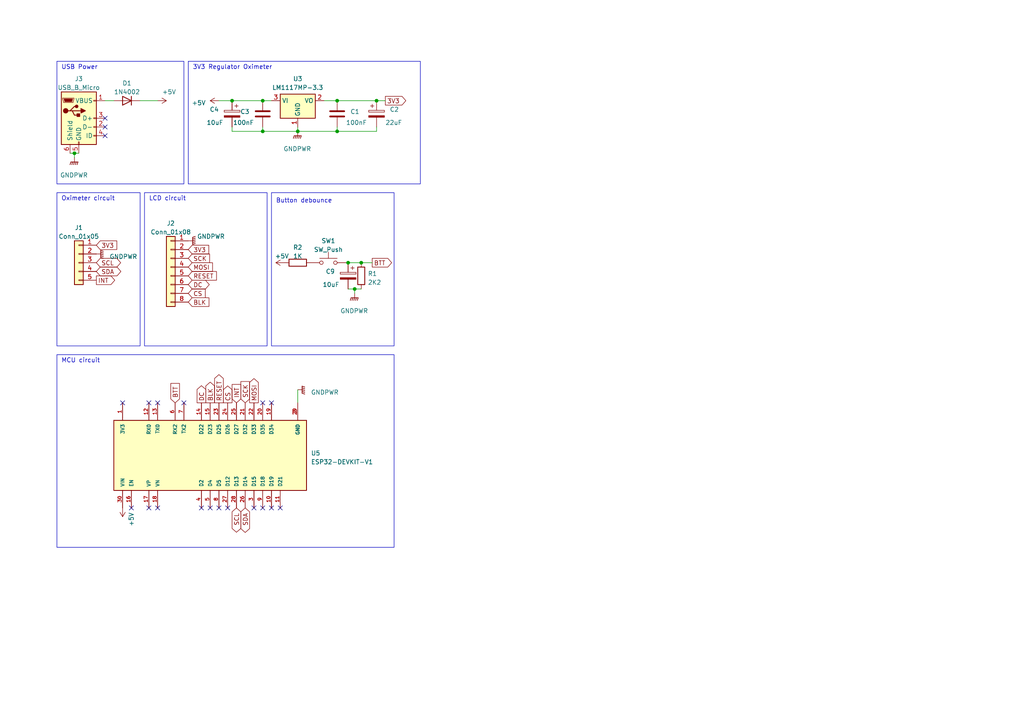
<source format=kicad_sch>
(kicad_sch (version 20230121) (generator eeschema)
  (paper "A4")
  (title_block (date "2023-09-05"))
  (lib_symbols
    (symbol "Connector:USB_B_Micro" (pin_names (offset 1.016))
      (property "Reference" "J" (at -5.08 11.43 0))
      (property "Value" "USB_B_Micro" (at -5.08 8.89 0))
      (symbol "USB_B_Micro_0_1"
        (rectangle (start -5.08 -7.62) (end 5.08 7.62) (stroke (width 0.254)) (fill (type background)))
        (circle (center -3.81 2.159) (radius 0.635) (stroke (width 0.254)) (fill (type outline)))
        (circle (center -0.635 3.429) (radius 0.381) (stroke (width 0.254)) (fill (type outline)))
        (rectangle (start -0.127 -7.62) (end 0.127 -6.858))
        (polyline (pts (xy -1.905 2.159) (xy 0.635 2.159)) (stroke (width 0.254)))
        (polyline (pts (xy -3.175 2.159) (xy -2.54 2.159) (xy -1.27 3.429) (xy -0.635 3.429)) (stroke (width 0.254)))
        (polyline (pts (xy -2.54 2.159) (xy -1.905 2.159) (xy -1.27 0.889) (xy 0 0.889)) (stroke (width 0.254)))
        (polyline (pts (xy 0.635 2.794) (xy 0.635 1.524) (xy 1.905 2.159) (xy 0.635 2.794)) (stroke (width 0.254)) (fill (type outline)))
        (polyline (pts (xy -4.318 5.588) (xy -1.778 5.588) (xy -2.032 4.826) (xy -4.064 4.826) (xy -4.318 5.588)) (fill (type outline)))
        (polyline (pts (xy -4.699 5.842) (xy -4.699 5.588) (xy -4.445 4.826) (xy -4.445 4.572) (xy -1.651 4.572) (xy -1.651 4.826) (xy -1.397 5.588) (xy -1.397 5.842) (xy -4.699 5.842)))
        (rectangle (start 0.254 1.27) (end -0.508 0.508) (stroke (width 0.254)) (fill (type outline)))
        (rectangle (start 5.08 -5.207) (end 4.318 -4.953))
        (rectangle (start 5.08 -2.667) (end 4.318 -2.413))
        (rectangle (start 5.08 -0.127) (end 4.318 0.127))
        (rectangle (start 5.08 4.953) (end 4.318 5.207))
      )
      (symbol "USB_B_Micro_1_1"
        (pin power_out line (at 7.62 5.08 180) (length 2.54) (name "VBUS") (number "1"))
        (pin bidirectional line (at 7.62 -2.54 180) (length 2.54) (name "D-") (number "2"))
        (pin bidirectional line (at 7.62 0 180) (length 2.54) (name "D+") (number "3"))
        (pin passive line (at 7.62 -5.08 180) (length 2.54) (name "ID") (number "4"))
        (pin power_out line (at 0 -10.16 90) (length 2.54) (name "GND") (number "5"))
        (pin passive line (at -2.54 -10.16 90) (length 2.54) (name "Shield") (number "6"))
      )
    )
    (symbol "Connector_Generic:Conn_01x05" (pin_names (offset 1.016) hide)
      (property "Reference" "J" (at 0 7.62 0))
      (property "Value" "Conn_01x05" (at 0 -7.62 0))
      (symbol "Conn_01x05_1_1"
        (rectangle (start -1.27 -4.953) (end 0 -5.207) (stroke (width 0.1524)))
        (rectangle (start -1.27 -2.413) (end 0 -2.667) (stroke (width 0.1524)))
        (rectangle (start -1.27 0.127) (end 0 -0.127) (stroke (width 0.1524)))
        (rectangle (start -1.27 2.667) (end 0 2.413) (stroke (width 0.1524)))
        (rectangle (start -1.27 5.207) (end 0 4.953) (stroke (width 0.1524)))
        (rectangle (start -1.27 6.35) (end 1.27 -6.35) (stroke (width 0.254)) (fill (type background)))
        (pin passive line (at -5.08 5.08 0) (length 3.81) (name "Pin_1") (number "1"))
        (pin passive line (at -5.08 2.54 0) (length 3.81) (name "Pin_2") (number "2"))
        (pin passive line (at -5.08 0 0) (length 3.81) (name "Pin_3") (number "3"))
        (pin passive line (at -5.08 -2.54 0) (length 3.81) (name "Pin_4") (number "4"))
        (pin passive line (at -5.08 -5.08 0) (length 3.81) (name "Pin_5") (number "5"))
      )
    )
    (symbol "Connector_Generic:Conn_01x08" (pin_names (offset 1.016) hide)
      (property "Reference" "J" (at 0 10.16 0))
      (property "Value" "Conn_01x08" (at 0 -12.7 0))
      (symbol "Conn_01x08_1_1"
        (rectangle (start -1.27 -10.033) (end 0 -10.287) (stroke (width 0.1524)))
        (rectangle (start -1.27 -7.493) (end 0 -7.747) (stroke (width 0.1524)))
        (rectangle (start -1.27 -4.953) (end 0 -5.207) (stroke (width 0.1524)))
        (rectangle (start -1.27 -2.413) (end 0 -2.667) (stroke (width 0.1524)))
        (rectangle (start -1.27 0.127) (end 0 -0.127) (stroke (width 0.1524)))
        (rectangle (start -1.27 2.667) (end 0 2.413) (stroke (width 0.1524)))
        (rectangle (start -1.27 5.207) (end 0 4.953) (stroke (width 0.1524)))
        (rectangle (start -1.27 7.747) (end 0 7.493) (stroke (width 0.1524)))
        (rectangle (start -1.27 8.89) (end 1.27 -11.43) (stroke (width 0.254)) (fill (type background)))
        (pin passive line (at -5.08 7.62 0) (length 3.81) (name "Pin_1") (number "1"))
        (pin passive line (at -5.08 5.08 0) (length 3.81) (name "Pin_2") (number "2"))
        (pin passive line (at -5.08 2.54 0) (length 3.81) (name "Pin_3") (number "3"))
        (pin passive line (at -5.08 0 0) (length 3.81) (name "Pin_4") (number "4"))
        (pin passive line (at -5.08 -2.54 0) (length 3.81) (name "Pin_5") (number "5"))
        (pin passive line (at -5.08 -5.08 0) (length 3.81) (name "Pin_6") (number "6"))
        (pin passive line (at -5.08 -7.62 0) (length 3.81) (name "Pin_7") (number "7"))
        (pin passive line (at -5.08 -10.16 0) (length 3.81) (name "Pin_8") (number "8"))
      )
    )
    (symbol "Device:C" (pin_numbers hide) (pin_names (offset 0.254))
      (property "Reference" "C" (at 0.635 2.54 0))
      (property "Value" "C" (at 0.635 -2.54 0))
      (symbol "C_0_1"
        (polyline (pts (xy -2.032 -0.762) (xy 2.032 -0.762)) (stroke (width 0.508)))
        (polyline (pts (xy -2.032 0.762) (xy 2.032 0.762)) (stroke (width 0.508)))
      )
      (symbol "C_1_1"
        (pin passive line (at 0 3.81 270) (length 2.794) (name "~") (number "1"))
        (pin passive line (at 0 -3.81 90) (length 2.794) (name "~") (number "2"))
      )
    )
    (symbol "Device:C_Polarized" (pin_numbers hide) (pin_names (offset 0.254))
      (property "Reference" "C" (at 0.635 2.54 0))
      (property "Value" "C_Polarized" (at 0.635 -2.54 0))
      (symbol "C_Polarized_0_1"
        (rectangle (start -2.286 0.508) (end 2.286 1.016))
        (polyline (pts (xy -1.778 2.286) (xy -0.762 2.286)))
        (polyline (pts (xy -1.27 2.794) (xy -1.27 1.778)))
        (rectangle (start 2.286 -0.508) (end -2.286 -1.016) (fill (type outline)))
      )
      (symbol "C_Polarized_1_1"
        (pin passive line (at 0 3.81 270) (length 2.794) (name "~") (number "1"))
        (pin passive line (at 0 -3.81 90) (length 2.794) (name "~") (number "2"))
      )
    )
    (symbol "Device:R" (pin_numbers hide) (pin_names (offset 0))
      (property "Reference" "R" (at 2.032 0 90))
      (property "Value" "R" (at 0 0 90))
      (symbol "R_0_1"
        (rectangle (start -1.016 -2.54) (end 1.016 2.54) (stroke (width 0.254)))
      )
      (symbol "R_1_1"
        (pin passive line (at 0 3.81 270) (length 1.27) (name "~") (number "1"))
        (pin passive line (at 0 -3.81 90) (length 1.27) (name "~") (number "2"))
      )
    )
    (symbol "Diode:1N4002" (pin_numbers hide) (pin_names hide)
      (property "Reference" "D" (at 0 2.54 0))
      (property "Value" "1N4002" (at 0 -2.54 0))
      (symbol "1N4002_0_1"
        (polyline (pts (xy -1.27 1.27) (xy -1.27 -1.27)) (stroke (width 0.254)))
        (polyline (pts (xy 1.27 0) (xy -1.27 0)))
        (polyline (pts (xy 1.27 1.27) (xy 1.27 -1.27) (xy -1.27 0) (xy 1.27 1.27)) (stroke (width 0.254)))
      )
      (symbol "1N4002_1_1"
        (pin passive line (at -3.81 0 0) (length 2.54) (name "K") (number "1"))
        (pin passive line (at 3.81 0 180) (length 2.54) (name "A") (number "2"))
      )
    )
    (symbol "ESP32-DEVKIT-V1:ESP32-DEVKIT-V1" (pin_names (offset 1.016))
      (property "Reference" "U" (at -10.16 30.48 0))
      (property "Value" "ESP32-DEVKIT-V1" (at -10.16 -30.48 0))
      (symbol "ESP32-DEVKIT-V1_0_0"
        (rectangle (start -10.16 -27.94) (end 10.16 27.94) (stroke (width 0.254)) (fill (type background)))
        (pin output line (at 15.24 25.4 180) (length 5.08) (name "3V3") (number "1"))
        (pin bidirectional line (at -15.24 -17.78 0) (length 5.08) (name "D19") (number "10"))
        (pin bidirectional line (at -15.24 -20.32 0) (length 5.08) (name "D21") (number "11"))
        (pin input line (at 15.24 17.78 180) (length 5.08) (name "RX0") (number "12"))
        (pin output line (at 15.24 15.24 180) (length 5.08) (name "TX0") (number "13"))
        (pin bidirectional line (at 15.24 2.54 180) (length 5.08) (name "D22") (number "14"))
        (pin bidirectional line (at 15.24 0 180) (length 5.08) (name "D23") (number "15"))
        (pin input line (at -15.24 22.86 0) (length 5.08) (name "EN") (number "16"))
        (pin bidirectional line (at -15.24 17.78 0) (length 5.08) (name "VP") (number "17"))
        (pin bidirectional line (at -15.24 15.24 0) (length 5.08) (name "VN") (number "18"))
        (pin bidirectional line (at 15.24 -17.78 180) (length 5.08) (name "D34") (number "19"))
        (pin power_in line (at 15.24 -25.4 180) (length 5.08) (name "GND") (number "2"))
        (pin bidirectional line (at 15.24 -15.24 180) (length 5.08) (name "D35") (number "20"))
        (pin bidirectional line (at 15.24 -10.16 180) (length 5.08) (name "D32") (number "21"))
        (pin bidirectional line (at 15.24 -12.7 180) (length 5.08) (name "D33") (number "22"))
        (pin bidirectional line (at 15.24 -2.54 180) (length 5.08) (name "D25") (number "23"))
        (pin bidirectional line (at 15.24 -5.08 180) (length 5.08) (name "D26") (number "24"))
        (pin bidirectional line (at 15.24 -7.62 180) (length 5.08) (name "D27") (number "25"))
        (pin bidirectional line (at -15.24 -10.16 0) (length 5.08) (name "D14") (number "26"))
        (pin bidirectional line (at -15.24 -5.08 0) (length 5.08) (name "D12") (number "27"))
        (pin bidirectional line (at -15.24 -7.62 0) (length 5.08) (name "D13") (number "28"))
        (pin power_in line (at 15.24 -25.4 180) (length 5.08) (name "GND") (number "29"))
        (pin bidirectional line (at -15.24 -12.7 0) (length 5.08) (name "D15") (number "3"))
        (pin input line (at -15.24 25.4 0) (length 5.08) (name "VIN") (number "30"))
        (pin bidirectional line (at -15.24 2.54 0) (length 5.08) (name "D2") (number "4"))
        (pin bidirectional line (at -15.24 0 0) (length 5.08) (name "D4") (number "5"))
        (pin input line (at 15.24 10.16 180) (length 5.08) (name "RX2") (number "6"))
        (pin output line (at 15.24 7.62 180) (length 5.08) (name "TX2") (number "7"))
        (pin bidirectional line (at -15.24 -2.54 0) (length 5.08) (name "D5") (number "8"))
        (pin bidirectional line (at -15.24 -15.24 0) (length 5.08) (name "D18") (number "9"))
      )
    )
    (symbol "Regulator_Linear:LM1117MP-3.3"
      (property "Reference" "U" (at -3.81 3.175 0))
      (property "Value" "LM1117MP-3.3" (at 0 3.175 0))
      (symbol "LM1117MP-3.3_0_1"
        (rectangle (start -5.08 -5.08) (end 5.08 1.905) (stroke (width 0.254)) (fill (type background)))
      )
      (symbol "LM1117MP-3.3_1_1"
        (pin power_in line (at 0 -7.62 90) (length 2.54) (name "GND") (number "1"))
        (pin power_out line (at 7.62 0 180) (length 2.54) (name "VO") (number "2"))
        (pin power_in line (at -7.62 0 0) (length 2.54) (name "VI") (number "3"))
      )
    )
    (symbol "Switch:SW_Push" (pin_numbers hide) (pin_names (offset 1.016) hide)
      (property "Reference" "SW" (at 1.27 2.54 0))
      (property "Value" "SW_Push" (at 0 -1.524 0))
      (symbol "SW_Push_0_1"
        (circle (center -2.032 0) (radius 0.508))
        (polyline (pts (xy 0 1.27) (xy 0 3.048)))
        (polyline (pts (xy 2.54 1.27) (xy -2.54 1.27)))
        (circle (center 2.032 0) (radius 0.508))
        (pin passive line (at -5.08 0 0) (length 2.54) (name "1") (number "1"))
        (pin passive line (at 5.08 0 180) (length 2.54) (name "2") (number "2"))
      )
    )
    (symbol "power:+5V" (power) (pin_names (offset 0))
      (property "Value" "+5V" (at 0 3.556 0))
      (symbol "+5V_0_1"
        (polyline (pts (xy -0.762 1.27) (xy 0 2.54)))
        (polyline (pts (xy 0 0) (xy 0 2.54)))
        (polyline (pts (xy 0 2.54) (xy 0.762 1.27)))
      )
      (symbol "+5V_1_1"
        (pin power_in line (at 0 0 90) (length 0) hide (name "+5V") (number "1"))
      )
    )
    (symbol "power:GNDPWR" (power) (pin_names (offset 0))
      (property "Value" "GNDPWR" (at 0 -3.302 0))
      (symbol "GNDPWR_0_1"
        (polyline (pts (xy 0 -1.27) (xy 0 0)))
        (polyline (pts (xy -1.016 -1.27) (xy -1.27 -2.032) (xy -1.27 -2.032)) (stroke (width 0.2032)))
        (polyline (pts (xy -0.508 -1.27) (xy -0.762 -2.032) (xy -0.762 -2.032)) (stroke (width 0.2032)))
        (polyline (pts (xy 0 -1.27) (xy -0.254 -2.032) (xy -0.254 -2.032)) (stroke (width 0.2032)))
        (polyline (pts (xy 0.508 -1.27) (xy 0.254 -2.032) (xy 0.254 -2.032)) (stroke (width 0.2032)))
        (polyline (pts (xy 1.016 -1.27) (xy -1.016 -1.27) (xy -1.016 -1.27)) (stroke (width 0.2032)))
        (polyline (pts (xy 1.016 -1.27) (xy 0.762 -2.032) (xy 0.762 -2.032) (xy 0.762 -2.032)) (stroke (width 0.2032)))
      )
      (symbol "GNDPWR_1_1"
        (pin power_in line (at 0 0 270) (length 0) hide (name "GNDPWR") (number "1"))
      )
    )
  )
  (junction (at 97.79 29.21))
  (junction (at 76.2 29.21))
  (junction (at 21.59 44.45))
  (junction (at 97.79 38.1))
  (junction (at 100.965 76.2))
  (junction (at 104.775 76.2))
  (junction (at 102.87 83.82))
  (junction (at 109.22 29.21))
  (junction (at 76.2 38.1))
  (junction (at 67.31 29.21))
  (junction (at 86.36 38.1))
  (no_connect (at 76.2 147.32))
  (no_connect (at 45.72 116.84))
  (no_connect (at 45.72 147.32))
  (no_connect (at 53.34 116.84))
  (no_connect (at 43.18 116.84))
  (no_connect (at 73.66 147.32))
  (no_connect (at 43.18 147.32))
  (no_connect (at 30.48 39.37))
  (no_connect (at 30.48 34.29))
  (no_connect (at 78.74 147.32))
  (no_connect (at 60.96 147.32))
  (no_connect (at 76.2 116.84))
  (no_connect (at 38.1 147.32))
  (no_connect (at 81.28 147.32))
  (no_connect (at 58.42 147.32))
  (no_connect (at 63.5 147.32))
  (no_connect (at 30.48 36.83))
  (no_connect (at 66.04 147.32))
  (no_connect (at 35.56 116.84))
  (no_connect (at 78.74 116.84))
  (wire (pts (xy 67.31 29.21) (xy 76.2 29.21)))
  (wire (pts (xy 102.87 83.82) (xy 102.87 85.09)))
  (wire (pts (xy 67.31 38.1) (xy 76.2 38.1)))
  (wire (pts (xy 21.59 44.45) (xy 22.86 44.45)))
  (wire (pts (xy 86.36 38.1) (xy 86.36 36.83)))
  (wire (pts (xy 104.775 76.2) (xy 107.95 76.2)))
  (wire (pts (xy 100.33 76.2) (xy 100.965 76.2)))
  (wire (pts (xy 100.965 83.82) (xy 102.87 83.82)))
  (wire (pts (xy 76.2 36.83) (xy 76.2 38.1)))
  (wire (pts (xy 21.59 45.72) (xy 21.59 44.45)))
  (wire (pts (xy 97.79 29.21) (xy 109.22 29.21)))
  (wire (pts (xy 40.64 29.21) (xy 45.72 29.21)))
  (wire (pts (xy 93.98 29.21) (xy 97.79 29.21)))
  (wire (pts (xy 63.5 29.21) (xy 67.31 29.21)))
  (wire (pts (xy 109.22 36.83) (xy 109.22 38.1)))
  (wire (pts (xy 76.2 38.1) (xy 86.36 38.1)))
  (wire (pts (xy 76.2 29.21) (xy 78.74 29.21)))
  (wire (pts (xy 100.965 76.2) (xy 104.775 76.2)))
  (wire (pts (xy 86.36 113.03) (xy 86.36 116.84)))
  (wire (pts (xy 109.22 38.1) (xy 97.79 38.1)))
  (wire (pts (xy 20.32 44.45) (xy 21.59 44.45)))
  (wire (pts (xy 102.87 83.82) (xy 104.775 83.82)))
  (wire (pts (xy 33.02 29.21) (xy 30.48 29.21)))
  (wire (pts (xy 86.36 38.1) (xy 97.79 38.1)))
  (wire (pts (xy 67.31 36.83) (xy 67.31 38.1)))
  (wire (pts (xy 109.22 29.21) (xy 111.76 29.21)))
  (wire (pts (xy 97.79 36.83) (xy 97.79 38.1)))
  (rectangle (start 16.51 102.87) (end 114.3 158.75))
  (rectangle (start 16.51 55.88) (end 40.64 100.33))
  (rectangle (start 54.61 17.78) (end 121.92 53.34))
  (rectangle (start 16.51 17.78) (end 53.34 53.34))
  (rectangle (start 78.74 55.88) (end 114.3 100.33))
  (rectangle (start 41.91 55.88) (end 77.47 100.33))
  (text "MCU circuit" (at 17.78 105.41 0) (effects (font (size 1.27 1.27)) (justify left bottom)))
  (text "Button debounce" (at 80.01 59.055 0) (effects (font (size 1.27 1.27)) (justify left bottom)))
  (text "USB Power" (at 17.78 20.32 0) (effects (font (size 1.27 1.27)) (justify left bottom)))
  (text "Oximeter circuit" (at 17.78 58.42 0) (effects (font (size 1.27 1.27)) (justify left bottom)))
  (text "LCD circuit" (at 43.18 58.42 0) (effects (font (size 1.27 1.27)) (justify left bottom)))
  (text "3V3 Regulator Oximeter" (at 55.88 20.32 0) (effects (font (size 1.27 1.27)) (justify left bottom)))
  (global_label "RESET" (shape input) (at 54.61 80.01 0) (property "Intersheetrefs" "${INTERSHEET_REFS}" (effects hide)))
  (global_label "CS" (shape output) (at 66.04 116.84 90) (property "Intersheetrefs" "${INTERSHEET_REFS}" (effects hide)))
  (global_label "SCL" (shape bidirectional) (at 27.94 76.2 0) (property "Intersheetrefs" "${INTERSHEET_REFS}" (effects hide)))
  (global_label "SCK" (shape input) (at 54.61 74.93 0) (property "Intersheetrefs" "${INTERSHEET_REFS}" (effects hide)))
  (global_label "SDA" (shape bidirectional) (at 27.94 78.74 0) (property "Intersheetrefs" "${INTERSHEET_REFS}" (effects hide)))
  (global_label "MOSI" (shape output) (at 73.66 116.84 90) (property "Intersheetrefs" "${INTERSHEET_REFS}" (effects hide)))
  (global_label "DC" (shape output) (at 58.42 116.84 90) (property "Intersheetrefs" "${INTERSHEET_REFS}" (effects hide)))
  (global_label "DC" (shape bidirectional) (at 54.61 82.55 0) (property "Intersheetrefs" "${INTERSHEET_REFS}" (effects hide)))
  (global_label "3V3" (shape input) (at 27.94 71.12 0) (property "Intersheetrefs" "${INTERSHEET_REFS}" (effects hide)))
  (global_label "3V3" (shape input) (at 54.61 72.39 0) (property "Intersheetrefs" "${INTERSHEET_REFS}" (effects hide)))
  (global_label "INT" (shape output) (at 27.94 81.28 0) (property "Intersheetrefs" "${INTERSHEET_REFS}" (effects hide)))
  (global_label "MOSI" (shape input) (at 54.61 77.47 0) (property "Intersheetrefs" "${INTERSHEET_REFS}" (effects hide)))
  (global_label "BTT" (shape output) (at 107.95 76.2 0) (property "Intersheetrefs" "${INTERSHEET_REFS}" (effects hide)))
  (global_label "SCL" (shape bidirectional) (at 68.58 147.32 270) (property "Intersheetrefs" "${INTERSHEET_REFS}" (effects hide)))
  (global_label "3V3" (shape output) (at 111.76 29.21 0) (property "Intersheetrefs" "${INTERSHEET_REFS}" (effects hide)))
  (global_label "SCK" (shape input) (at 71.12 116.84 90) (property "Intersheetrefs" "${INTERSHEET_REFS}" (effects hide)))
  (global_label "CS" (shape input) (at 54.61 85.09 0) (property "Intersheetrefs" "${INTERSHEET_REFS}" (effects hide)))
  (global_label "BLK" (shape input) (at 54.61 87.63 0) (property "Intersheetrefs" "${INTERSHEET_REFS}" (effects hide)))
  (global_label "BLK" (shape output) (at 60.96 116.84 90) (property "Intersheetrefs" "${INTERSHEET_REFS}" (effects hide)))
  (global_label "INT" (shape input) (at 68.58 116.84 90) (property "Intersheetrefs" "${INTERSHEET_REFS}" (effects hide)))
  (global_label "SDA" (shape bidirectional) (at 71.12 147.32 270) (property "Intersheetrefs" "${INTERSHEET_REFS}" (effects hide)))
  (global_label "BTT" (shape input) (at 50.8 116.84 90) (property "Intersheetrefs" "${INTERSHEET_REFS}" (effects hide)))
  (global_label "RESET" (shape output) (at 63.5 116.84 90) (property "Intersheetrefs" "${INTERSHEET_REFS}" (effects hide)))
  (symbol (lib_id "Device:C_Polarized") (at 67.31 33.02 0) (mirror y) (unit 1)
    (property "Reference" "C4" (at 63.5 31.75 0) (effects (justify left)))
    (property "Value" "10uF" (at 64.77 35.56 0) (effects (justify left)))
    (property "Footprint" "Capacitor_THT:CP_Radial_D5.0mm_P2.50mm" (effects hide))
  )
  (symbol (lib_id "power:GNDPWR") (at 27.94 73.66 90) (unit 1)
    (property "Reference" "#PWR010" (effects hide))
    (property "Value" "GNDPWR" (at 31.75 74.422 90) (effects (justify right)))
  )
  (symbol (lib_id "Device:R") (at 86.36 76.2 90) (unit 1)
    (property "Reference" "R2" (at 86.36 71.755 90))
    (property "Value" "1K" (at 86.36 74.295 90))
    (property "Footprint" "Resistor_SMD:R_1206_3216Metric" (effects hide))
  )
  (symbol (lib_id "Device:R") (at 104.775 80.01 0) (unit 1)
    (property "Reference" "R1" (at 106.68 79.375 0) (effects (justify left)))
    (property "Value" "2K2" (at 106.68 81.915 0) (effects (justify left)))
    (property "Footprint" "Resistor_SMD:R_1206_3216Metric" (effects hide))
  )
  (symbol (lib_id "Connector:USB_B_Micro") (at 22.86 34.29 0) (unit 1)
    (property "Reference" "J3" (at 22.86 22.86 0))
    (property "Value" "USB_B_Micro" (at 22.86 25.4 0))
    (property "Footprint" "Connector_USB:USB_Micro-B_Amphenol_10104110_Horizontal" (effects hide))
  )
  (symbol (lib_id "ESP32-DEVKIT-V1:ESP32-DEVKIT-V1") (at 60.96 132.08 90) (unit 1)
    (property "Reference" "U5" (at 90.17 131.445 90) (effects (justify right)))
    (property "Value" "ESP32-DEVKIT-V1" (at 90.17 133.985 90) (effects (justify right)))
    (property "Footprint" "Espressif:MODULE_ESP32_DEVKIT_V1" (effects hide))
    (property "MF" "Do it" (effects hide))
    (property "MAXIMUM_PACKAGE_HEIGHT" "6.8 mm" (effects hide))
    (property "Package" "None" (effects hide))
    (property "Price" "None" (effects hide))
    (property "Check_prices" "https://www.snapeda.com/parts/ESP32-DEVKIT-V1/Do+it/view-part/?ref=eda" (effects hide))
    (property "STANDARD" "Manufacturer Recommendations" (effects hide))
    (property "PARTREV" "N/A" (effects hide))
    (property "SnapEDA_Link" "https://www.snapeda.com/parts/ESP32-DEVKIT-V1/Do+it/view-part/?ref=snap" (effects hide))
    (property "MP" "ESP32-DEVKIT-V1" (effects hide))
    (property "Description" "\nDual core, Wi-Fi: 2.4 GHz up to 150 Mbits/s,BLE (Bluetooth Low Energy) and legacy Bluetooth, 32 bits, Up to 240 MHz\n" (effects hide))
    (property "Availability" "Not in stock" (effects hide))
    (property "MANUFACTURER" "DOIT" (effects hide))
  )
  (symbol (lib_id "power:+5V") (at 63.5 29.21 90) (unit 1)
    (property "Reference" "#PWR01" (effects hide))
    (property "Value" "+5V" (at 59.69 29.845 90) (effects (justify left)))
  )
  (symbol (lib_id "power:GNDPWR") (at 102.87 85.09 0) (unit 1)
    (property "Reference" "#PWR05" (effects hide))
    (property "Value" "GNDPWR" (at 102.743 90.17 0))
  )
  (symbol (lib_id "power:+5V") (at 82.55 76.2 90) (unit 1)
    (property "Reference" "#PWR06" (effects hide))
    (property "Value" "+5V" (at 83.82 74.295 90) (effects (justify left)))
  )
  (symbol (lib_id "Regulator_Linear:LM1117MP-3.3") (at 86.36 29.21 0) (unit 1)
    (property "Reference" "U3" (at 86.36 22.86 0))
    (property "Value" "LM1117MP-3.3" (at 86.36 25.4 0))
    (property "Footprint" "Package_TO_SOT_SMD:SOT-223-3_TabPin2" (effects hide))
    (property "Datasheet" "http://www.ti.com/lit/ds/symlink/lm1117.pdf" (effects hide))
  )
  (symbol (lib_id "power:GNDPWR") (at 86.36 38.1 0) (unit 1)
    (property "Reference" "#PWR02" (effects hide))
    (property "Value" "GNDPWR" (at 86.233 43.18 0))
  )
  (symbol (lib_id "power:+5V") (at 45.72 29.21 270) (unit 1)
    (property "Reference" "#PWR07" (effects hide))
    (property "Value" "+5V" (at 46.99 26.67 90) (effects (justify left)))
  )
  (symbol (lib_id "Switch:SW_Push") (at 95.25 76.2 0) (unit 1)
    (property "Reference" "SW1" (at 95.25 69.85 0))
    (property "Value" "SW_Push" (at 95.25 72.39 0))
    (property "Footprint" "Button_Switch_THT:SW_Tactile_SPST_Angled_PTS645Vx58-2LFS" (effects hide))
  )
  (symbol (lib_id "Device:C_Polarized") (at 109.22 33.02 0) (unit 1)
    (property "Reference" "C2" (at 113.03 31.75 0) (effects (justify left)))
    (property "Value" "22uF" (at 111.76 35.56 0) (effects (justify left)))
    (property "Footprint" "Capacitor_THT:CP_Radial_Tantal_D5.0mm_P2.50mm" (effects hide))
  )
  (symbol (lib_id "Connector_Generic:Conn_01x08") (at 49.53 77.47 0) (mirror y) (unit 1)
    (property "Reference" "J2" (at 49.53 64.77 0))
    (property "Value" "Conn_01x08" (at 49.53 67.31 0))
    (property "Footprint" "Connector_PinSocket_2.54mm:PinSocket_1x08_P2.54mm_Vertical" (effects hide))
  )
  (symbol (lib_id "Device:C") (at 76.2 33.02 0) (mirror y) (unit 1)
    (property "Reference" "C3" (at 72.39 32.385 0) (effects (justify left)))
    (property "Value" "100nF" (at 73.66 35.56 0) (effects (justify left)))
    (property "Footprint" "Capacitor_SMD:C_1206_3216Metric" (effects hide))
  )
  (symbol (lib_id "Diode:1N4002") (at 36.83 29.21 180) (unit 1)
    (property "Reference" "D1" (at 36.83 24.13 0))
    (property "Value" "1N4002" (at 36.83 26.67 0))
    (property "Footprint" "Diode_THT:D_DO-41_SOD81_P10.16mm_Horizontal" (effects hide))
    (property "Datasheet" "http://www.vishay.com/docs/88503/1n4001.pdf" (effects hide))
    (property "Sim.Device" "D" (effects hide))
    (property "Sim.Pins" "1=K 2=A" (effects hide))
  )
  (symbol (lib_id "power:GNDPWR") (at 21.59 45.72 0) (unit 1)
    (property "Reference" "#PWR08" (effects hide))
    (property "Value" "GNDPWR" (at 21.463 50.8 0))
  )
  (symbol (lib_id "power:+5V") (at 35.56 147.32 180) (unit 1)
    (property "Reference" "#PWR012" (effects hide))
    (property "Value" "+5V" (at 38.1 148.59 90) (effects (justify left)))
  )
  (symbol (lib_id "power:GNDPWR") (at 86.36 113.03 90) (unit 1)
    (property "Reference" "#PWR011" (effects hide))
    (property "Value" "GNDPWR" (at 90.17 113.792 90) (effects (justify right)))
  )
  (symbol (lib_id "power:GNDPWR") (at 54.61 69.85 90) (mirror x) (unit 1)
    (property "Reference" "#PWR09" (effects hide))
    (property "Value" "GNDPWR" (at 57.15 68.58 90) (effects (justify right)))
  )
  (symbol (lib_id "Device:C_Polarized") (at 100.965 80.01 0) (mirror y) (unit 1)
    (property "Reference" "C9" (at 97.155 78.74 0) (effects (justify left)))
    (property "Value" "10uF" (at 98.425 82.55 0) (effects (justify left)))
    (property "Footprint" "Capacitor_THT:CP_Radial_D5.0mm_P2.50mm" (effects hide))
  )
  (symbol (lib_id "Connector_Generic:Conn_01x05") (at 22.86 76.2 0) (mirror y) (unit 1)
    (property "Reference" "J1" (at 22.86 66.04 0))
    (property "Value" "Conn_01x05" (at 22.86 68.58 0))
    (property "Footprint" "Connector_PinSocket_2.54mm:PinSocket_1x05_P2.54mm_Vertical" (effects hide))
  )
  (symbol (lib_id "Device:C") (at 97.79 33.02 0) (unit 1)
    (property "Reference" "C1" (at 101.6 32.385 0) (effects (justify left)))
    (property "Value" "100nF" (at 100.33 35.56 0) (effects (justify left)))
    (property "Footprint" "Capacitor_SMD:C_1206_3216Metric" (effects hide))
  )
)
</source>
